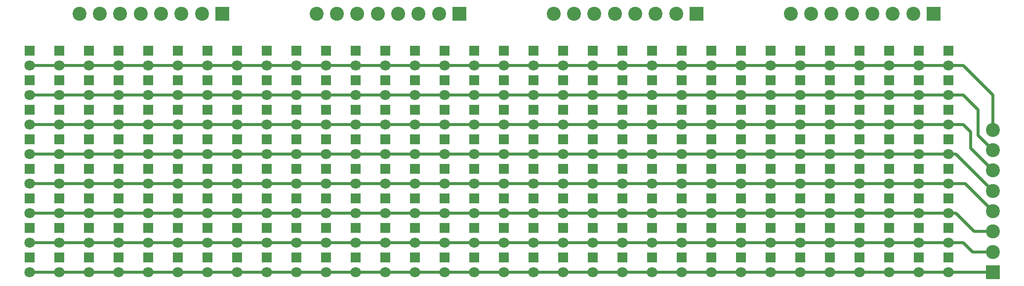
<source format=gtl>
G04 #@! TF.GenerationSoftware,KiCad,Pcbnew,(5.1.10)-1*
G04 #@! TF.CreationDate,2023-10-25T13:43:48-04:00*
G04 #@! TF.ProjectId,LED_Matrix_8x32,4c45445f-4d61-4747-9269-785f38783332,rev?*
G04 #@! TF.SameCoordinates,Original*
G04 #@! TF.FileFunction,Copper,L1,Top*
G04 #@! TF.FilePolarity,Positive*
%FSLAX46Y46*%
G04 Gerber Fmt 4.6, Leading zero omitted, Abs format (unit mm)*
G04 Created by KiCad (PCBNEW (5.1.10)-1) date 2023-10-25 13:43:48*
%MOMM*%
%LPD*%
G01*
G04 APERTURE LIST*
G04 #@! TA.AperFunction,ComponentPad*
%ADD10C,2.400000*%
G04 #@! TD*
G04 #@! TA.AperFunction,ComponentPad*
%ADD11R,2.400000X2.400000*%
G04 #@! TD*
G04 #@! TA.AperFunction,ComponentPad*
%ADD12C,1.800000*%
G04 #@! TD*
G04 #@! TA.AperFunction,ComponentPad*
%ADD13R,1.800000X1.800000*%
G04 #@! TD*
G04 #@! TA.AperFunction,Conductor*
%ADD14C,0.500000*%
G04 #@! TD*
G04 APERTURE END LIST*
D10*
X82815000Y-23495000D03*
X86315000Y-23495000D03*
X89815000Y-23495000D03*
X93315000Y-23495000D03*
X96815000Y-23495000D03*
X100315000Y-23495000D03*
X103815000Y-23495000D03*
D11*
X107315000Y-23495000D03*
D10*
X123455000Y-23495000D03*
X126955000Y-23495000D03*
X130455000Y-23495000D03*
X133955000Y-23495000D03*
X137455000Y-23495000D03*
X140955000Y-23495000D03*
X144455000Y-23495000D03*
D11*
X147955000Y-23495000D03*
D10*
X164095000Y-23495000D03*
X167595000Y-23495000D03*
X171095000Y-23495000D03*
X174595000Y-23495000D03*
X178095000Y-23495000D03*
X181595000Y-23495000D03*
X185095000Y-23495000D03*
D11*
X188595000Y-23495000D03*
D10*
X204735000Y-23495000D03*
X208235000Y-23495000D03*
X211735000Y-23495000D03*
X215235000Y-23495000D03*
X218735000Y-23495000D03*
X222235000Y-23495000D03*
X225735000Y-23495000D03*
D11*
X229235000Y-23495000D03*
D10*
X239395000Y-43445000D03*
X239395000Y-46945000D03*
X239395000Y-50445000D03*
X239395000Y-53945000D03*
X239395000Y-57445000D03*
X239395000Y-60945000D03*
X239395000Y-64445000D03*
D11*
X239395000Y-67945000D03*
D12*
X74295000Y-32385000D03*
D13*
X74295000Y-29845000D03*
D12*
X74295000Y-37465000D03*
D13*
X74295000Y-34925000D03*
D12*
X74295000Y-42545000D03*
D13*
X74295000Y-40005000D03*
D12*
X74295000Y-47625000D03*
D13*
X74295000Y-45085000D03*
D12*
X74295000Y-52705000D03*
D13*
X74295000Y-50165000D03*
D12*
X74295000Y-57785000D03*
D13*
X74295000Y-55245000D03*
D12*
X74295000Y-62865000D03*
D13*
X74295000Y-60325000D03*
D12*
X74295000Y-67945000D03*
D13*
X74295000Y-65405000D03*
D12*
X79375000Y-32385000D03*
D13*
X79375000Y-29845000D03*
D12*
X79375000Y-37465000D03*
D13*
X79375000Y-34925000D03*
D12*
X79375000Y-42545000D03*
D13*
X79375000Y-40005000D03*
D12*
X79375000Y-47625000D03*
D13*
X79375000Y-45085000D03*
D12*
X79375000Y-52705000D03*
D13*
X79375000Y-50165000D03*
D12*
X79375000Y-57785000D03*
D13*
X79375000Y-55245000D03*
D12*
X79375000Y-62865000D03*
D13*
X79375000Y-60325000D03*
D12*
X79375000Y-67945000D03*
D13*
X79375000Y-65405000D03*
D12*
X84455000Y-32385000D03*
D13*
X84455000Y-29845000D03*
D12*
X84455000Y-37465000D03*
D13*
X84455000Y-34925000D03*
D12*
X84455000Y-42545000D03*
D13*
X84455000Y-40005000D03*
D12*
X84455000Y-47625000D03*
D13*
X84455000Y-45085000D03*
D12*
X84455000Y-52705000D03*
D13*
X84455000Y-50165000D03*
D12*
X84455000Y-57785000D03*
D13*
X84455000Y-55245000D03*
D12*
X84455000Y-62865000D03*
D13*
X84455000Y-60325000D03*
D12*
X84455000Y-67945000D03*
D13*
X84455000Y-65405000D03*
D12*
X89535000Y-32385000D03*
D13*
X89535000Y-29845000D03*
D12*
X89535000Y-37465000D03*
D13*
X89535000Y-34925000D03*
D12*
X89535000Y-42545000D03*
D13*
X89535000Y-40005000D03*
D12*
X89535000Y-47625000D03*
D13*
X89535000Y-45085000D03*
D12*
X89535000Y-52705000D03*
D13*
X89535000Y-50165000D03*
D12*
X89535000Y-57785000D03*
D13*
X89535000Y-55245000D03*
D12*
X89535000Y-62865000D03*
D13*
X89535000Y-60325000D03*
D12*
X89535000Y-67945000D03*
D13*
X89535000Y-65405000D03*
D12*
X94615000Y-32385000D03*
D13*
X94615000Y-29845000D03*
D12*
X94615000Y-37465000D03*
D13*
X94615000Y-34925000D03*
D12*
X94615000Y-42545000D03*
D13*
X94615000Y-40005000D03*
D12*
X94615000Y-47625000D03*
D13*
X94615000Y-45085000D03*
D12*
X94615000Y-52705000D03*
D13*
X94615000Y-50165000D03*
D12*
X94615000Y-57785000D03*
D13*
X94615000Y-55245000D03*
D12*
X94615000Y-62865000D03*
D13*
X94615000Y-60325000D03*
D12*
X94615000Y-67945000D03*
D13*
X94615000Y-65405000D03*
D12*
X99695000Y-32385000D03*
D13*
X99695000Y-29845000D03*
D12*
X99695000Y-37465000D03*
D13*
X99695000Y-34925000D03*
D12*
X99695000Y-42545000D03*
D13*
X99695000Y-40005000D03*
D12*
X99695000Y-47625000D03*
D13*
X99695000Y-45085000D03*
D12*
X99695000Y-52705000D03*
D13*
X99695000Y-50165000D03*
D12*
X99695000Y-57785000D03*
D13*
X99695000Y-55245000D03*
D12*
X99695000Y-62865000D03*
D13*
X99695000Y-60325000D03*
D12*
X99695000Y-67945000D03*
D13*
X99695000Y-65405000D03*
D12*
X104775000Y-32385000D03*
D13*
X104775000Y-29845000D03*
D12*
X104775000Y-37465000D03*
D13*
X104775000Y-34925000D03*
D12*
X104775000Y-42545000D03*
D13*
X104775000Y-40005000D03*
D12*
X104775000Y-47625000D03*
D13*
X104775000Y-45085000D03*
D12*
X104775000Y-52705000D03*
D13*
X104775000Y-50165000D03*
D12*
X104775000Y-57785000D03*
D13*
X104775000Y-55245000D03*
D12*
X104775000Y-62865000D03*
D13*
X104775000Y-60325000D03*
D12*
X104775000Y-67945000D03*
D13*
X104775000Y-65405000D03*
D12*
X109855000Y-32385000D03*
D13*
X109855000Y-29845000D03*
D12*
X109855000Y-37465000D03*
D13*
X109855000Y-34925000D03*
D12*
X109855000Y-42545000D03*
D13*
X109855000Y-40005000D03*
D12*
X109855000Y-47625000D03*
D13*
X109855000Y-45085000D03*
D12*
X109855000Y-52705000D03*
D13*
X109855000Y-50165000D03*
D12*
X109855000Y-57785000D03*
D13*
X109855000Y-55245000D03*
D12*
X109855000Y-62865000D03*
D13*
X109855000Y-60325000D03*
D12*
X109855000Y-67945000D03*
D13*
X109855000Y-65405000D03*
D12*
X114935000Y-32385000D03*
D13*
X114935000Y-29845000D03*
D12*
X114935000Y-37465000D03*
D13*
X114935000Y-34925000D03*
D12*
X114935000Y-42545000D03*
D13*
X114935000Y-40005000D03*
D12*
X114935000Y-47625000D03*
D13*
X114935000Y-45085000D03*
D12*
X114935000Y-52705000D03*
D13*
X114935000Y-50165000D03*
D12*
X114935000Y-57785000D03*
D13*
X114935000Y-55245000D03*
D12*
X114935000Y-62865000D03*
D13*
X114935000Y-60325000D03*
D12*
X114935000Y-67945000D03*
D13*
X114935000Y-65405000D03*
D12*
X120015000Y-32385000D03*
D13*
X120015000Y-29845000D03*
D12*
X120015000Y-37465000D03*
D13*
X120015000Y-34925000D03*
D12*
X120015000Y-42545000D03*
D13*
X120015000Y-40005000D03*
D12*
X120015000Y-47625000D03*
D13*
X120015000Y-45085000D03*
D12*
X120015000Y-52705000D03*
D13*
X120015000Y-50165000D03*
D12*
X120015000Y-57785000D03*
D13*
X120015000Y-55245000D03*
D12*
X120015000Y-62865000D03*
D13*
X120015000Y-60325000D03*
D12*
X120015000Y-67945000D03*
D13*
X120015000Y-65405000D03*
D12*
X125095000Y-32385000D03*
D13*
X125095000Y-29845000D03*
D12*
X125095000Y-37465000D03*
D13*
X125095000Y-34925000D03*
D12*
X125095000Y-42545000D03*
D13*
X125095000Y-40005000D03*
D12*
X125095000Y-47625000D03*
D13*
X125095000Y-45085000D03*
D12*
X125095000Y-52705000D03*
D13*
X125095000Y-50165000D03*
D12*
X125095000Y-57785000D03*
D13*
X125095000Y-55245000D03*
D12*
X125095000Y-62865000D03*
D13*
X125095000Y-60325000D03*
D12*
X125095000Y-67945000D03*
D13*
X125095000Y-65405000D03*
D12*
X130175000Y-32385000D03*
D13*
X130175000Y-29845000D03*
D12*
X130175000Y-37465000D03*
D13*
X130175000Y-34925000D03*
D12*
X130175000Y-42545000D03*
D13*
X130175000Y-40005000D03*
D12*
X130175000Y-47625000D03*
D13*
X130175000Y-45085000D03*
D12*
X130175000Y-52705000D03*
D13*
X130175000Y-50165000D03*
D12*
X130175000Y-57785000D03*
D13*
X130175000Y-55245000D03*
D12*
X130175000Y-62865000D03*
D13*
X130175000Y-60325000D03*
D12*
X130175000Y-67945000D03*
D13*
X130175000Y-65405000D03*
D12*
X135255000Y-32385000D03*
D13*
X135255000Y-29845000D03*
D12*
X135255000Y-37465000D03*
D13*
X135255000Y-34925000D03*
D12*
X135255000Y-42545000D03*
D13*
X135255000Y-40005000D03*
D12*
X135255000Y-47625000D03*
D13*
X135255000Y-45085000D03*
D12*
X135255000Y-52705000D03*
D13*
X135255000Y-50165000D03*
D12*
X135255000Y-57785000D03*
D13*
X135255000Y-55245000D03*
D12*
X135255000Y-62865000D03*
D13*
X135255000Y-60325000D03*
D12*
X135255000Y-67945000D03*
D13*
X135255000Y-65405000D03*
D12*
X140335000Y-32385000D03*
D13*
X140335000Y-29845000D03*
D12*
X140335000Y-37465000D03*
D13*
X140335000Y-34925000D03*
D12*
X140335000Y-42545000D03*
D13*
X140335000Y-40005000D03*
D12*
X140335000Y-47625000D03*
D13*
X140335000Y-45085000D03*
D12*
X140335000Y-52705000D03*
D13*
X140335000Y-50165000D03*
D12*
X140335000Y-57785000D03*
D13*
X140335000Y-55245000D03*
D12*
X140335000Y-62865000D03*
D13*
X140335000Y-60325000D03*
D12*
X140335000Y-67945000D03*
D13*
X140335000Y-65405000D03*
D12*
X145415000Y-32385000D03*
D13*
X145415000Y-29845000D03*
D12*
X145415000Y-37465000D03*
D13*
X145415000Y-34925000D03*
D12*
X145415000Y-42545000D03*
D13*
X145415000Y-40005000D03*
D12*
X145415000Y-47625000D03*
D13*
X145415000Y-45085000D03*
D12*
X145415000Y-52705000D03*
D13*
X145415000Y-50165000D03*
D12*
X145415000Y-57785000D03*
D13*
X145415000Y-55245000D03*
D12*
X145415000Y-62865000D03*
D13*
X145415000Y-60325000D03*
D12*
X145415000Y-67945000D03*
D13*
X145415000Y-65405000D03*
D12*
X150495000Y-32385000D03*
D13*
X150495000Y-29845000D03*
D12*
X150495000Y-37465000D03*
D13*
X150495000Y-34925000D03*
D12*
X150495000Y-42545000D03*
D13*
X150495000Y-40005000D03*
D12*
X150495000Y-47625000D03*
D13*
X150495000Y-45085000D03*
D12*
X150495000Y-52705000D03*
D13*
X150495000Y-50165000D03*
D12*
X150495000Y-57785000D03*
D13*
X150495000Y-55245000D03*
D12*
X150495000Y-62865000D03*
D13*
X150495000Y-60325000D03*
D12*
X150495000Y-67945000D03*
D13*
X150495000Y-65405000D03*
D12*
X155575000Y-32385000D03*
D13*
X155575000Y-29845000D03*
D12*
X155575000Y-37465000D03*
D13*
X155575000Y-34925000D03*
D12*
X155575000Y-42545000D03*
D13*
X155575000Y-40005000D03*
D12*
X155575000Y-47625000D03*
D13*
X155575000Y-45085000D03*
D12*
X155575000Y-52705000D03*
D13*
X155575000Y-50165000D03*
D12*
X155575000Y-57785000D03*
D13*
X155575000Y-55245000D03*
D12*
X155575000Y-62865000D03*
D13*
X155575000Y-60325000D03*
D12*
X155575000Y-67945000D03*
D13*
X155575000Y-65405000D03*
D12*
X160655000Y-32385000D03*
D13*
X160655000Y-29845000D03*
D12*
X160655000Y-37465000D03*
D13*
X160655000Y-34925000D03*
D12*
X160655000Y-42545000D03*
D13*
X160655000Y-40005000D03*
D12*
X160655000Y-47625000D03*
D13*
X160655000Y-45085000D03*
D12*
X160655000Y-52705000D03*
D13*
X160655000Y-50165000D03*
D12*
X160655000Y-57785000D03*
D13*
X160655000Y-55245000D03*
D12*
X160655000Y-62865000D03*
D13*
X160655000Y-60325000D03*
D12*
X160655000Y-67945000D03*
D13*
X160655000Y-65405000D03*
D12*
X165735000Y-32385000D03*
D13*
X165735000Y-29845000D03*
D12*
X165735000Y-37465000D03*
D13*
X165735000Y-34925000D03*
D12*
X165735000Y-42545000D03*
D13*
X165735000Y-40005000D03*
D12*
X165735000Y-47625000D03*
D13*
X165735000Y-45085000D03*
D12*
X165735000Y-52705000D03*
D13*
X165735000Y-50165000D03*
D12*
X165735000Y-57785000D03*
D13*
X165735000Y-55245000D03*
D12*
X165735000Y-62865000D03*
D13*
X165735000Y-60325000D03*
D12*
X165735000Y-67945000D03*
D13*
X165735000Y-65405000D03*
D12*
X170815000Y-32385000D03*
D13*
X170815000Y-29845000D03*
D12*
X170815000Y-37465000D03*
D13*
X170815000Y-34925000D03*
D12*
X170815000Y-42545000D03*
D13*
X170815000Y-40005000D03*
D12*
X170815000Y-47625000D03*
D13*
X170815000Y-45085000D03*
D12*
X170815000Y-52705000D03*
D13*
X170815000Y-50165000D03*
D12*
X170815000Y-57785000D03*
D13*
X170815000Y-55245000D03*
D12*
X170815000Y-62865000D03*
D13*
X170815000Y-60325000D03*
D12*
X170815000Y-67945000D03*
D13*
X170815000Y-65405000D03*
D12*
X175895000Y-32385000D03*
D13*
X175895000Y-29845000D03*
D12*
X175895000Y-37465000D03*
D13*
X175895000Y-34925000D03*
D12*
X175895000Y-42545000D03*
D13*
X175895000Y-40005000D03*
D12*
X175895000Y-47625000D03*
D13*
X175895000Y-45085000D03*
D12*
X175895000Y-52705000D03*
D13*
X175895000Y-50165000D03*
D12*
X175895000Y-57785000D03*
D13*
X175895000Y-55245000D03*
D12*
X175895000Y-62865000D03*
D13*
X175895000Y-60325000D03*
D12*
X175895000Y-67945000D03*
D13*
X175895000Y-65405000D03*
D12*
X180975000Y-32385000D03*
D13*
X180975000Y-29845000D03*
D12*
X180975000Y-37465000D03*
D13*
X180975000Y-34925000D03*
D12*
X180975000Y-42545000D03*
D13*
X180975000Y-40005000D03*
D12*
X180975000Y-47625000D03*
D13*
X180975000Y-45085000D03*
D12*
X180975000Y-52705000D03*
D13*
X180975000Y-50165000D03*
D12*
X180975000Y-57785000D03*
D13*
X180975000Y-55245000D03*
D12*
X180975000Y-62865000D03*
D13*
X180975000Y-60325000D03*
D12*
X180975000Y-67945000D03*
D13*
X180975000Y-65405000D03*
D12*
X186055000Y-32385000D03*
D13*
X186055000Y-29845000D03*
D12*
X186055000Y-37465000D03*
D13*
X186055000Y-34925000D03*
D12*
X186055000Y-42545000D03*
D13*
X186055000Y-40005000D03*
D12*
X186055000Y-47625000D03*
D13*
X186055000Y-45085000D03*
D12*
X186055000Y-52705000D03*
D13*
X186055000Y-50165000D03*
D12*
X186055000Y-57785000D03*
D13*
X186055000Y-55245000D03*
D12*
X186055000Y-62865000D03*
D13*
X186055000Y-60325000D03*
D12*
X186055000Y-67945000D03*
D13*
X186055000Y-65405000D03*
D12*
X191135000Y-32385000D03*
D13*
X191135000Y-29845000D03*
D12*
X191135000Y-37465000D03*
D13*
X191135000Y-34925000D03*
D12*
X191135000Y-42545000D03*
D13*
X191135000Y-40005000D03*
D12*
X191135000Y-47625000D03*
D13*
X191135000Y-45085000D03*
D12*
X191135000Y-52705000D03*
D13*
X191135000Y-50165000D03*
D12*
X191135000Y-57785000D03*
D13*
X191135000Y-55245000D03*
D12*
X191135000Y-62865000D03*
D13*
X191135000Y-60325000D03*
D12*
X191135000Y-67945000D03*
D13*
X191135000Y-65405000D03*
D12*
X196215000Y-32385000D03*
D13*
X196215000Y-29845000D03*
D12*
X196215000Y-37465000D03*
D13*
X196215000Y-34925000D03*
D12*
X196215000Y-42545000D03*
D13*
X196215000Y-40005000D03*
D12*
X196215000Y-47625000D03*
D13*
X196215000Y-45085000D03*
D12*
X196215000Y-52705000D03*
D13*
X196215000Y-50165000D03*
D12*
X196215000Y-57785000D03*
D13*
X196215000Y-55245000D03*
D12*
X196215000Y-62865000D03*
D13*
X196215000Y-60325000D03*
D12*
X196215000Y-67945000D03*
D13*
X196215000Y-65405000D03*
D12*
X201295000Y-32385000D03*
D13*
X201295000Y-29845000D03*
D12*
X201295000Y-37465000D03*
D13*
X201295000Y-34925000D03*
D12*
X201295000Y-42545000D03*
D13*
X201295000Y-40005000D03*
D12*
X201295000Y-47625000D03*
D13*
X201295000Y-45085000D03*
D12*
X201295000Y-52705000D03*
D13*
X201295000Y-50165000D03*
D12*
X201295000Y-57785000D03*
D13*
X201295000Y-55245000D03*
D12*
X201295000Y-62865000D03*
D13*
X201295000Y-60325000D03*
D12*
X201295000Y-67945000D03*
D13*
X201295000Y-65405000D03*
D12*
X206375000Y-32385000D03*
D13*
X206375000Y-29845000D03*
D12*
X206375000Y-37465000D03*
D13*
X206375000Y-34925000D03*
D12*
X206375000Y-42545000D03*
D13*
X206375000Y-40005000D03*
D12*
X206375000Y-47625000D03*
D13*
X206375000Y-45085000D03*
D12*
X206375000Y-52705000D03*
D13*
X206375000Y-50165000D03*
D12*
X206375000Y-57785000D03*
D13*
X206375000Y-55245000D03*
D12*
X206375000Y-62865000D03*
D13*
X206375000Y-60325000D03*
D12*
X206375000Y-67945000D03*
D13*
X206375000Y-65405000D03*
D12*
X211455000Y-32385000D03*
D13*
X211455000Y-29845000D03*
D12*
X211455000Y-37465000D03*
D13*
X211455000Y-34925000D03*
D12*
X211455000Y-42545000D03*
D13*
X211455000Y-40005000D03*
D12*
X211455000Y-47625000D03*
D13*
X211455000Y-45085000D03*
D12*
X211455000Y-52705000D03*
D13*
X211455000Y-50165000D03*
D12*
X211455000Y-57785000D03*
D13*
X211455000Y-55245000D03*
D12*
X211455000Y-62865000D03*
D13*
X211455000Y-60325000D03*
D12*
X211455000Y-67945000D03*
D13*
X211455000Y-65405000D03*
D12*
X216535000Y-32385000D03*
D13*
X216535000Y-29845000D03*
D12*
X216535000Y-37465000D03*
D13*
X216535000Y-34925000D03*
D12*
X216535000Y-42545000D03*
D13*
X216535000Y-40005000D03*
D12*
X216535000Y-47625000D03*
D13*
X216535000Y-45085000D03*
D12*
X216535000Y-52705000D03*
D13*
X216535000Y-50165000D03*
D12*
X216535000Y-57785000D03*
D13*
X216535000Y-55245000D03*
D12*
X216535000Y-62865000D03*
D13*
X216535000Y-60325000D03*
D12*
X216535000Y-67945000D03*
D13*
X216535000Y-65405000D03*
D12*
X221615000Y-32385000D03*
D13*
X221615000Y-29845000D03*
D12*
X221615000Y-37465000D03*
D13*
X221615000Y-34925000D03*
D12*
X221615000Y-42545000D03*
D13*
X221615000Y-40005000D03*
D12*
X221615000Y-47625000D03*
D13*
X221615000Y-45085000D03*
D12*
X221615000Y-52705000D03*
D13*
X221615000Y-50165000D03*
D12*
X221615000Y-57785000D03*
D13*
X221615000Y-55245000D03*
D12*
X221615000Y-62865000D03*
D13*
X221615000Y-60325000D03*
D12*
X221615000Y-67945000D03*
D13*
X221615000Y-65405000D03*
D12*
X226695000Y-32385000D03*
D13*
X226695000Y-29845000D03*
D12*
X226695000Y-37465000D03*
D13*
X226695000Y-34925000D03*
D12*
X226695000Y-42545000D03*
D13*
X226695000Y-40005000D03*
D12*
X226695000Y-47625000D03*
D13*
X226695000Y-45085000D03*
D12*
X226695000Y-52705000D03*
D13*
X226695000Y-50165000D03*
D12*
X226695000Y-57785000D03*
D13*
X226695000Y-55245000D03*
D12*
X226695000Y-62865000D03*
D13*
X226695000Y-60325000D03*
D12*
X226695000Y-67945000D03*
D13*
X226695000Y-65405000D03*
D12*
X231775000Y-32385000D03*
D13*
X231775000Y-29845000D03*
D12*
X231775000Y-37465000D03*
D13*
X231775000Y-34925000D03*
D12*
X231775000Y-42545000D03*
D13*
X231775000Y-40005000D03*
D12*
X231775000Y-47625000D03*
D13*
X231775000Y-45085000D03*
D12*
X231775000Y-52705000D03*
D13*
X231775000Y-50165000D03*
D12*
X231775000Y-57785000D03*
D13*
X231775000Y-55245000D03*
D12*
X231775000Y-62865000D03*
D13*
X231775000Y-60325000D03*
D12*
X231775000Y-67945000D03*
D13*
X231775000Y-65405000D03*
D14*
X231775000Y-67945000D02*
X74295000Y-67945000D01*
X239395000Y-67945000D02*
X231775000Y-67945000D01*
X231775000Y-62865000D02*
X74295000Y-62865000D01*
X239395000Y-64445000D02*
X235895000Y-64445000D01*
X234315000Y-62865000D02*
X231775000Y-62865000D01*
X235895000Y-64445000D02*
X234315000Y-62865000D01*
X231775000Y-57785000D02*
X74295000Y-57785000D01*
X239395000Y-60945000D02*
X236205000Y-60945000D01*
X233045000Y-57785000D02*
X231775000Y-57785000D01*
X236205000Y-60945000D02*
X233045000Y-57785000D01*
X231775000Y-52705000D02*
X74295000Y-52705000D01*
X234655000Y-52705000D02*
X239395000Y-57445000D01*
X231775000Y-52705000D02*
X234655000Y-52705000D01*
X231775000Y-47625000D02*
X74295000Y-47625000D01*
X233075000Y-47625000D02*
X231775000Y-47625000D01*
X239395000Y-53945000D02*
X233075000Y-47625000D01*
X231775000Y-42545000D02*
X74295000Y-42545000D01*
X235585000Y-46635000D02*
X239395000Y-50445000D01*
X235585000Y-43815000D02*
X235585000Y-46635000D01*
X234315000Y-42545000D02*
X235585000Y-43815000D01*
X231775000Y-42545000D02*
X234315000Y-42545000D01*
X231775000Y-37465000D02*
X74295000Y-37465000D01*
X234315000Y-37465000D02*
X231775000Y-37465000D01*
X236855000Y-40005000D02*
X234315000Y-37465000D01*
X236855000Y-44405000D02*
X236855000Y-40005000D01*
X239395000Y-46945000D02*
X236855000Y-44405000D01*
X231775000Y-32385000D02*
X74295000Y-32385000D01*
X239395000Y-43445000D02*
X239395000Y-37465000D01*
X234315000Y-32385000D02*
X231775000Y-32385000D01*
X239395000Y-37465000D02*
X234315000Y-32385000D01*
M02*

</source>
